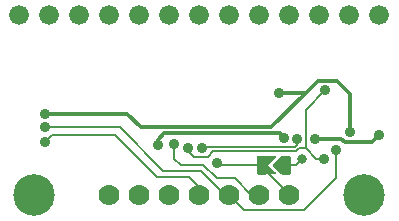
<source format=gbr>
G04 EAGLE Gerber RS-274X export*
G75*
%MOMM*%
%FSLAX34Y34*%
%LPD*%
%INBottom Copper*%
%IPPOS*%
%AMOC8*
5,1,8,0,0,1.08239X$1,22.5*%
G01*
%ADD10C,1.676400*%
%ADD11C,1.778000*%
%ADD12C,3.516000*%
%ADD13C,0.381000*%
%ADD14C,0.889000*%
%ADD15C,0.304800*%
%ADD16C,0.203200*%
%ADD17C,0.800100*%

G36*
X228755Y42922D02*
X228755Y42922D01*
X228774Y42920D01*
X228895Y42941D01*
X229017Y42959D01*
X229034Y42967D01*
X229054Y42970D01*
X229164Y43025D01*
X229276Y43075D01*
X229291Y43088D01*
X229309Y43096D01*
X229400Y43179D01*
X229493Y43259D01*
X229504Y43275D01*
X229518Y43288D01*
X229582Y43393D01*
X229651Y43495D01*
X229656Y43514D01*
X229667Y43531D01*
X229699Y43649D01*
X229736Y43766D01*
X229737Y43786D01*
X229742Y43805D01*
X229740Y43927D01*
X229744Y44050D01*
X229739Y44069D01*
X229738Y44089D01*
X229703Y44207D01*
X229672Y44325D01*
X229662Y44342D01*
X229656Y44361D01*
X229614Y44422D01*
X229527Y44570D01*
X229489Y44605D01*
X229466Y44638D01*
X223532Y50800D01*
X229466Y56962D01*
X229478Y56978D01*
X229493Y56991D01*
X229561Y57093D01*
X229633Y57192D01*
X229640Y57211D01*
X229651Y57227D01*
X229688Y57344D01*
X229729Y57460D01*
X229730Y57479D01*
X229736Y57498D01*
X229739Y57621D01*
X229747Y57743D01*
X229743Y57763D01*
X229744Y57782D01*
X229713Y57901D01*
X229686Y58021D01*
X229677Y58038D01*
X229672Y58057D01*
X229609Y58163D01*
X229550Y58271D01*
X229537Y58285D01*
X229527Y58302D01*
X229437Y58386D01*
X229351Y58473D01*
X229334Y58483D01*
X229319Y58496D01*
X229210Y58552D01*
X229103Y58612D01*
X229084Y58617D01*
X229066Y58626D01*
X228993Y58638D01*
X228826Y58677D01*
X228775Y58675D01*
X228735Y58681D01*
X215035Y58681D01*
X214977Y58673D01*
X214919Y58675D01*
X214837Y58653D01*
X214754Y58641D01*
X214700Y58618D01*
X214644Y58603D01*
X214571Y58560D01*
X214494Y58525D01*
X214449Y58487D01*
X214399Y58458D01*
X214341Y58396D01*
X214277Y58342D01*
X214245Y58293D01*
X214205Y58250D01*
X214166Y58175D01*
X214120Y58105D01*
X214102Y58049D01*
X214075Y57997D01*
X214064Y57929D01*
X214034Y57834D01*
X214031Y57734D01*
X214020Y57666D01*
X214020Y43934D01*
X214028Y43876D01*
X214026Y43818D01*
X214048Y43736D01*
X214060Y43653D01*
X214084Y43599D01*
X214098Y43543D01*
X214141Y43470D01*
X214176Y43393D01*
X214214Y43348D01*
X214244Y43298D01*
X214305Y43240D01*
X214360Y43176D01*
X214408Y43144D01*
X214451Y43104D01*
X214526Y43065D01*
X214596Y43019D01*
X214652Y43001D01*
X214704Y42974D01*
X214772Y42963D01*
X214867Y42933D01*
X214967Y42930D01*
X215035Y42919D01*
X228735Y42919D01*
X228755Y42922D01*
G37*
G36*
X240953Y42927D02*
X240953Y42927D01*
X241011Y42925D01*
X241093Y42947D01*
X241177Y42959D01*
X241230Y42983D01*
X241286Y42997D01*
X241359Y43040D01*
X241436Y43075D01*
X241481Y43113D01*
X241531Y43143D01*
X241589Y43204D01*
X241653Y43259D01*
X241685Y43307D01*
X241725Y43350D01*
X241764Y43425D01*
X241811Y43495D01*
X241828Y43551D01*
X241855Y43603D01*
X241866Y43671D01*
X241896Y43766D01*
X241899Y43866D01*
X241910Y43934D01*
X241910Y57666D01*
X241902Y57724D01*
X241904Y57782D01*
X241882Y57864D01*
X241870Y57948D01*
X241847Y58001D01*
X241832Y58057D01*
X241789Y58130D01*
X241754Y58207D01*
X241716Y58252D01*
X241687Y58302D01*
X241625Y58360D01*
X241571Y58424D01*
X241522Y58456D01*
X241479Y58496D01*
X241404Y58535D01*
X241334Y58582D01*
X241278Y58599D01*
X241226Y58626D01*
X241158Y58637D01*
X241063Y58667D01*
X240963Y58670D01*
X240895Y58681D01*
X234680Y58681D01*
X234575Y58666D01*
X234468Y58659D01*
X234434Y58647D01*
X234399Y58641D01*
X234301Y58598D01*
X234201Y58561D01*
X234176Y58542D01*
X234139Y58525D01*
X233981Y58392D01*
X233936Y58356D01*
X227570Y51490D01*
X227547Y51458D01*
X227519Y51431D01*
X227466Y51342D01*
X227407Y51257D01*
X227395Y51220D01*
X227375Y51186D01*
X227349Y51086D01*
X227316Y50988D01*
X227314Y50948D01*
X227305Y50910D01*
X227308Y50807D01*
X227303Y50704D01*
X227313Y50665D01*
X227314Y50626D01*
X227346Y50528D01*
X227370Y50427D01*
X227389Y50393D01*
X227401Y50355D01*
X227446Y50292D01*
X227510Y50180D01*
X227564Y50128D01*
X227596Y50082D01*
X234462Y43216D01*
X234532Y43164D01*
X234596Y43104D01*
X234645Y43078D01*
X234689Y43045D01*
X234771Y43014D01*
X234849Y42974D01*
X234897Y42966D01*
X234955Y42944D01*
X235103Y42932D01*
X235180Y42919D01*
X240895Y42919D01*
X240953Y42927D01*
G37*
D10*
X12700Y177800D03*
X38100Y177800D03*
X63500Y177800D03*
X88900Y177800D03*
X114300Y177800D03*
X139700Y177800D03*
X165100Y177800D03*
X190500Y177800D03*
X215900Y177800D03*
X241300Y177800D03*
X266700Y177800D03*
X292100Y177800D03*
X317500Y177800D03*
D11*
X88900Y25400D03*
X114300Y25400D03*
X139700Y25400D03*
X165100Y25400D03*
X190500Y25400D03*
X215900Y25400D03*
X241300Y25400D03*
D12*
X25400Y25400D03*
X304800Y25400D03*
D13*
X240030Y56515D02*
X236220Y56515D01*
X240030Y56515D02*
X240030Y45085D01*
X236220Y45085D01*
X236220Y56515D01*
X236220Y48704D02*
X240030Y48704D01*
X240030Y52323D02*
X236220Y52323D01*
X236220Y55942D02*
X240030Y55942D01*
X219710Y56515D02*
X215900Y56515D01*
X219710Y56515D02*
X219710Y45085D01*
X215900Y45085D01*
X215900Y56515D01*
X215900Y48704D02*
X219710Y48704D01*
X219710Y52323D02*
X215900Y52323D01*
X215900Y55942D02*
X219710Y55942D01*
D14*
X129785Y67555D03*
D15*
X129785Y72000D02*
X135255Y77470D01*
X129785Y72000D02*
X129785Y67555D01*
X233045Y77470D02*
X236855Y73660D01*
D14*
X236855Y73660D03*
D15*
X233045Y77470D02*
X135255Y77470D01*
D16*
X238125Y50800D02*
X247015Y50800D01*
X252095Y55880D01*
D17*
X252095Y55880D03*
D14*
X263384Y72884D03*
D15*
X285256Y72884D01*
X288290Y69850D01*
X311040Y69850D01*
X317390Y76200D01*
D14*
X317390Y76200D03*
X155449Y64770D03*
D16*
X155449Y62865D02*
X160529Y57785D01*
X155449Y62865D02*
X155449Y64770D01*
D14*
X270510Y55880D03*
X271780Y113965D03*
D16*
X255270Y97455D01*
X255270Y64770D01*
X264160Y55880D02*
X270510Y55880D01*
X264160Y55880D02*
X255270Y64770D01*
X172085Y57785D02*
X160529Y57785D01*
X176530Y62230D02*
X247233Y62230D01*
X249773Y64770D02*
X255270Y64770D01*
X249773Y64770D02*
X247233Y62230D01*
X176530Y62230D02*
X172085Y57785D01*
D14*
X247605Y72435D03*
X167640Y65405D03*
D16*
X168275Y66040D02*
X245655Y66040D01*
X168275Y66040D02*
X167640Y65405D01*
X245655Y66040D02*
X247605Y67990D01*
X247605Y72435D01*
D14*
X180340Y52705D03*
D16*
X181610Y50800D02*
X216535Y50800D01*
X181610Y50800D02*
X180340Y52070D01*
X180340Y52705D01*
X241300Y26035D02*
X241300Y25400D01*
X241300Y26035D02*
X216535Y50800D01*
X217805Y50800D01*
D14*
X34290Y82550D03*
D16*
X97790Y82550D01*
X134620Y45720D02*
X166370Y45720D01*
X186690Y25400D02*
X190500Y25400D01*
X134620Y45720D02*
X97790Y82550D01*
X166370Y45720D02*
X186690Y25400D01*
X190500Y25400D02*
X203200Y12700D01*
X254000Y12700D01*
X280670Y39370D01*
D14*
X280670Y63380D03*
D16*
X280670Y39370D01*
D14*
X34290Y69850D03*
D16*
X40640Y76200D01*
X129540Y40640D02*
X156210Y40640D01*
X165100Y31750D01*
X165100Y25400D01*
X93980Y76200D02*
X40640Y76200D01*
X93980Y76200D02*
X129540Y40640D01*
D14*
X143765Y68835D03*
D16*
X168530Y50420D02*
X179580Y39370D01*
X149480Y50420D02*
X143765Y56135D01*
X143765Y68835D01*
X149480Y50420D02*
X168530Y50420D01*
X179580Y39370D02*
X194945Y39370D01*
X208915Y25400D02*
X215900Y25400D01*
X208915Y25400D02*
X194945Y39370D01*
D14*
X292735Y78740D03*
D15*
X292735Y111125D01*
X281767Y122093D01*
D14*
X232410Y111760D03*
D15*
X255270Y111760D01*
X265603Y122093D02*
X281767Y122093D01*
X265603Y122093D02*
X255270Y111760D01*
D14*
X34290Y93980D03*
D15*
X104140Y93980D01*
X226060Y82550D02*
X255270Y111760D01*
X115570Y82550D02*
X104140Y93980D01*
X115570Y82550D02*
X226060Y82550D01*
M02*

</source>
